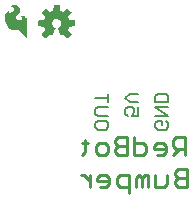
<source format=gbr>
G04 EAGLE Gerber RS-274X export*
G75*
%MOMM*%
%FSLAX34Y34*%
%LPD*%
%INSilkscreen Bottom*%
%IPPOS*%
%AMOC8*
5,1,8,0,0,1.08239X$1,22.5*%
G01*
%ADD10C,0.279400*%
%ADD11C,0.203200*%

G36*
X72820Y139846D02*
X72820Y139846D01*
X72928Y139856D01*
X72941Y139862D01*
X72955Y139864D01*
X73052Y139912D01*
X73151Y139957D01*
X73164Y139968D01*
X73173Y139972D01*
X73188Y139988D01*
X73265Y140050D01*
X75850Y142635D01*
X75913Y142724D01*
X75979Y142809D01*
X75984Y142822D01*
X75992Y142834D01*
X76023Y142937D01*
X76059Y143040D01*
X76059Y143054D01*
X76063Y143067D01*
X76059Y143175D01*
X76060Y143284D01*
X76055Y143297D01*
X76055Y143311D01*
X76017Y143413D01*
X75982Y143515D01*
X75973Y143530D01*
X75969Y143539D01*
X75955Y143556D01*
X75901Y143638D01*
X73137Y147028D01*
X73694Y148110D01*
X73700Y148130D01*
X73742Y148225D01*
X74113Y149384D01*
X78464Y149827D01*
X78568Y149855D01*
X78674Y149880D01*
X78686Y149887D01*
X78699Y149890D01*
X78789Y149951D01*
X78882Y150008D01*
X78890Y150019D01*
X78902Y150027D01*
X78968Y150113D01*
X79037Y150197D01*
X79041Y150210D01*
X79050Y150221D01*
X79084Y150324D01*
X79123Y150425D01*
X79124Y150443D01*
X79128Y150452D01*
X79128Y150474D01*
X79137Y150572D01*
X79137Y154228D01*
X79120Y154335D01*
X79106Y154443D01*
X79100Y154455D01*
X79098Y154469D01*
X79046Y154565D01*
X78999Y154662D01*
X78989Y154672D01*
X78983Y154684D01*
X78903Y154758D01*
X78827Y154835D01*
X78815Y154841D01*
X78805Y154851D01*
X78706Y154896D01*
X78609Y154944D01*
X78591Y154948D01*
X78582Y154952D01*
X78561Y154954D01*
X78464Y154973D01*
X74113Y155416D01*
X73742Y156575D01*
X73733Y156593D01*
X73731Y156600D01*
X73727Y156607D01*
X73694Y156690D01*
X73137Y157772D01*
X75901Y161162D01*
X75955Y161256D01*
X76012Y161348D01*
X76015Y161361D01*
X76022Y161373D01*
X76043Y161480D01*
X76068Y161585D01*
X76066Y161599D01*
X76069Y161613D01*
X76054Y161720D01*
X76044Y161828D01*
X76038Y161841D01*
X76036Y161855D01*
X75988Y161952D01*
X75943Y162051D01*
X75932Y162064D01*
X75928Y162073D01*
X75912Y162088D01*
X75850Y162165D01*
X73265Y164750D01*
X73176Y164813D01*
X73091Y164879D01*
X73078Y164884D01*
X73066Y164892D01*
X72963Y164923D01*
X72860Y164959D01*
X72846Y164959D01*
X72833Y164963D01*
X72725Y164959D01*
X72616Y164960D01*
X72603Y164955D01*
X72589Y164955D01*
X72487Y164917D01*
X72385Y164882D01*
X72370Y164873D01*
X72361Y164869D01*
X72344Y164855D01*
X72262Y164801D01*
X68872Y162037D01*
X67790Y162594D01*
X67770Y162600D01*
X67675Y162642D01*
X66516Y163013D01*
X66073Y167364D01*
X66045Y167468D01*
X66020Y167574D01*
X66013Y167586D01*
X66010Y167599D01*
X65949Y167689D01*
X65892Y167782D01*
X65881Y167790D01*
X65873Y167802D01*
X65787Y167868D01*
X65703Y167937D01*
X65690Y167941D01*
X65679Y167950D01*
X65576Y167984D01*
X65475Y168023D01*
X65457Y168024D01*
X65448Y168028D01*
X65426Y168028D01*
X65328Y168037D01*
X61672Y168037D01*
X61565Y168020D01*
X61457Y168006D01*
X61445Y168000D01*
X61431Y167998D01*
X61335Y167946D01*
X61238Y167899D01*
X61228Y167889D01*
X61216Y167883D01*
X61142Y167803D01*
X61065Y167727D01*
X61059Y167715D01*
X61049Y167705D01*
X61004Y167606D01*
X60956Y167509D01*
X60952Y167491D01*
X60948Y167482D01*
X60946Y167461D01*
X60927Y167364D01*
X60484Y163013D01*
X59325Y162642D01*
X59307Y162632D01*
X59210Y162594D01*
X58128Y162037D01*
X54738Y164801D01*
X54644Y164855D01*
X54552Y164912D01*
X54539Y164915D01*
X54527Y164922D01*
X54420Y164943D01*
X54315Y164968D01*
X54301Y164966D01*
X54287Y164969D01*
X54180Y164954D01*
X54072Y164944D01*
X54059Y164938D01*
X54046Y164936D01*
X53948Y164888D01*
X53849Y164843D01*
X53836Y164832D01*
X53827Y164828D01*
X53812Y164812D01*
X53735Y164750D01*
X51150Y162165D01*
X51087Y162076D01*
X51021Y161991D01*
X51016Y161978D01*
X51008Y161966D01*
X50977Y161863D01*
X50941Y161760D01*
X50941Y161746D01*
X50937Y161733D01*
X50941Y161625D01*
X50940Y161516D01*
X50945Y161503D01*
X50945Y161489D01*
X50983Y161387D01*
X51018Y161285D01*
X51027Y161270D01*
X51031Y161261D01*
X51045Y161244D01*
X51099Y161162D01*
X53863Y157772D01*
X53306Y156690D01*
X53300Y156670D01*
X53258Y156575D01*
X52887Y155416D01*
X48536Y154973D01*
X48432Y154945D01*
X48326Y154920D01*
X48314Y154913D01*
X48301Y154910D01*
X48211Y154849D01*
X48118Y154792D01*
X48110Y154781D01*
X48098Y154773D01*
X48032Y154687D01*
X47964Y154603D01*
X47959Y154590D01*
X47950Y154579D01*
X47916Y154476D01*
X47877Y154375D01*
X47876Y154357D01*
X47872Y154348D01*
X47873Y154326D01*
X47863Y154228D01*
X47863Y150572D01*
X47880Y150465D01*
X47894Y150357D01*
X47900Y150345D01*
X47902Y150331D01*
X47954Y150235D01*
X48001Y150138D01*
X48011Y150128D01*
X48017Y150116D01*
X48097Y150042D01*
X48173Y149965D01*
X48185Y149959D01*
X48196Y149949D01*
X48294Y149904D01*
X48391Y149856D01*
X48409Y149852D01*
X48418Y149848D01*
X48439Y149846D01*
X48536Y149827D01*
X52887Y149384D01*
X53258Y148225D01*
X53268Y148207D01*
X53306Y148110D01*
X53863Y147028D01*
X51099Y143638D01*
X51045Y143544D01*
X50988Y143452D01*
X50985Y143439D01*
X50978Y143427D01*
X50957Y143320D01*
X50932Y143215D01*
X50934Y143201D01*
X50931Y143187D01*
X50946Y143080D01*
X50956Y142972D01*
X50962Y142959D01*
X50964Y142946D01*
X51012Y142848D01*
X51057Y142749D01*
X51068Y142736D01*
X51072Y142727D01*
X51088Y142712D01*
X51150Y142635D01*
X53735Y140050D01*
X53824Y139987D01*
X53909Y139921D01*
X53922Y139916D01*
X53934Y139908D01*
X54037Y139877D01*
X54140Y139841D01*
X54154Y139841D01*
X54167Y139837D01*
X54275Y139841D01*
X54384Y139840D01*
X54397Y139845D01*
X54411Y139845D01*
X54513Y139883D01*
X54615Y139918D01*
X54630Y139927D01*
X54639Y139931D01*
X54656Y139945D01*
X54738Y139999D01*
X58128Y142763D01*
X59210Y142206D01*
X59263Y142189D01*
X59312Y142163D01*
X59378Y142152D01*
X59442Y142131D01*
X59498Y142132D01*
X59552Y142123D01*
X59619Y142134D01*
X59686Y142135D01*
X59738Y142153D01*
X59793Y142162D01*
X59853Y142194D01*
X59916Y142217D01*
X59959Y142251D01*
X60009Y142277D01*
X60055Y142326D01*
X60107Y142368D01*
X60138Y142415D01*
X60176Y142455D01*
X60232Y142560D01*
X60240Y142573D01*
X60241Y142578D01*
X60245Y142585D01*
X62398Y147782D01*
X62418Y147865D01*
X62423Y147878D01*
X62425Y147894D01*
X62450Y147979D01*
X62449Y148000D01*
X62454Y148020D01*
X62446Y148102D01*
X62447Y148121D01*
X62443Y148141D01*
X62439Y148222D01*
X62432Y148242D01*
X62430Y148263D01*
X62398Y148332D01*
X62392Y148359D01*
X62377Y148383D01*
X62351Y148450D01*
X62338Y148466D01*
X62329Y148485D01*
X62284Y148534D01*
X62264Y148566D01*
X62233Y148591D01*
X62195Y148637D01*
X62172Y148653D01*
X62162Y148663D01*
X62141Y148675D01*
X62076Y148720D01*
X62075Y148721D01*
X62074Y148722D01*
X61175Y149228D01*
X60488Y149872D01*
X59973Y150660D01*
X59661Y151548D01*
X59569Y152485D01*
X59702Y153417D01*
X60053Y154291D01*
X60602Y155056D01*
X61316Y155669D01*
X62156Y156094D01*
X63073Y156308D01*
X64014Y156298D01*
X64926Y156064D01*
X65756Y155621D01*
X66457Y154992D01*
X66989Y154215D01*
X67320Y153334D01*
X67433Y152399D01*
X67325Y151482D01*
X67005Y150614D01*
X66491Y149845D01*
X65812Y149218D01*
X64928Y148723D01*
X64886Y148690D01*
X64844Y148667D01*
X64813Y148634D01*
X64765Y148599D01*
X64753Y148583D01*
X64737Y148570D01*
X64702Y148515D01*
X64677Y148489D01*
X64664Y148459D01*
X64622Y148401D01*
X64616Y148382D01*
X64606Y148365D01*
X64587Y148290D01*
X64577Y148267D01*
X64574Y148243D01*
X64551Y148168D01*
X64552Y148148D01*
X64547Y148128D01*
X64554Y148042D01*
X64553Y148024D01*
X64556Y148008D01*
X64559Y147924D01*
X64567Y147899D01*
X64568Y147885D01*
X64578Y147863D01*
X64602Y147782D01*
X65531Y145539D01*
X65531Y145538D01*
X66462Y143291D01*
X66463Y143291D01*
X66755Y142585D01*
X66784Y142538D01*
X66805Y142486D01*
X66848Y142435D01*
X66884Y142378D01*
X66927Y142343D01*
X66963Y142300D01*
X67020Y142266D01*
X67072Y142223D01*
X67124Y142204D01*
X67172Y142175D01*
X67238Y142161D01*
X67301Y142137D01*
X67356Y142135D01*
X67410Y142124D01*
X67477Y142131D01*
X67544Y142129D01*
X67598Y142145D01*
X67653Y142152D01*
X67764Y142196D01*
X67778Y142200D01*
X67782Y142203D01*
X67790Y142206D01*
X68872Y142763D01*
X72262Y139999D01*
X72356Y139945D01*
X72448Y139888D01*
X72461Y139885D01*
X72473Y139878D01*
X72580Y139857D01*
X72685Y139832D01*
X72699Y139834D01*
X72713Y139831D01*
X72820Y139846D01*
G37*
G36*
X38144Y139618D02*
X38144Y139618D01*
X38186Y139633D01*
X38188Y139638D01*
X38192Y139640D01*
X38221Y139713D01*
X38225Y139724D01*
X38225Y139725D01*
X38225Y154889D01*
X38223Y154894D01*
X38225Y154900D01*
X38155Y155731D01*
X38149Y155742D01*
X38150Y155757D01*
X37910Y156556D01*
X37902Y156566D01*
X37900Y156580D01*
X37499Y157312D01*
X37489Y157320D01*
X37484Y157333D01*
X37014Y157883D01*
X37003Y157888D01*
X36996Y157900D01*
X36426Y158345D01*
X36414Y158348D01*
X36404Y158358D01*
X35756Y158679D01*
X35744Y158680D01*
X35732Y158688D01*
X35033Y158872D01*
X35022Y158871D01*
X35011Y158876D01*
X34071Y158949D01*
X34062Y158946D01*
X34051Y158949D01*
X33111Y158876D01*
X33107Y158874D01*
X33101Y158875D01*
X32618Y158799D01*
X32579Y158774D01*
X32539Y158753D01*
X32538Y158749D01*
X32535Y158747D01*
X32525Y158702D01*
X32513Y158658D01*
X32515Y158654D01*
X32514Y158650D01*
X32539Y158612D01*
X32563Y158573D01*
X32567Y158572D01*
X32569Y158569D01*
X32610Y158560D01*
X32650Y158548D01*
X32808Y158564D01*
X32946Y158536D01*
X33079Y158465D01*
X33903Y157866D01*
X34021Y157752D01*
X34093Y157614D01*
X34186Y157199D01*
X34186Y156771D01*
X34093Y156355D01*
X33887Y155951D01*
X33574Y155623D01*
X32968Y155258D01*
X32290Y155051D01*
X31579Y155016D01*
X30969Y155113D01*
X30383Y155311D01*
X29840Y155604D01*
X29415Y155969D01*
X29100Y156429D01*
X28914Y156954D01*
X28871Y157510D01*
X28973Y158058D01*
X29213Y158561D01*
X29583Y158996D01*
X29781Y159206D01*
X30376Y159837D01*
X30971Y160468D01*
X31036Y160537D01*
X31039Y160547D01*
X31048Y160553D01*
X32235Y162311D01*
X32237Y162324D01*
X32247Y162334D01*
X32527Y163022D01*
X32526Y163037D01*
X32535Y163052D01*
X32634Y163787D01*
X32630Y163802D01*
X32635Y163819D01*
X32548Y164556D01*
X32540Y164569D01*
X32540Y164587D01*
X32273Y165279D01*
X32262Y165290D01*
X32258Y165307D01*
X31827Y165910D01*
X31817Y165917D01*
X31811Y165929D01*
X31115Y166587D01*
X31107Y166590D01*
X31102Y166598D01*
X30325Y167158D01*
X30315Y167161D01*
X30307Y167169D01*
X29527Y167557D01*
X29515Y167558D01*
X29504Y167566D01*
X28664Y167797D01*
X28652Y167796D01*
X28640Y167802D01*
X27772Y167868D01*
X27762Y167864D01*
X27750Y167868D01*
X26850Y167782D01*
X26841Y167778D01*
X26831Y167779D01*
X25953Y167559D01*
X25945Y167553D01*
X25933Y167552D01*
X25705Y167451D01*
X25349Y167299D01*
X25348Y167299D01*
X24844Y167078D01*
X24834Y167067D01*
X24817Y167062D01*
X24382Y166724D01*
X24379Y166717D01*
X24371Y166713D01*
X24346Y166688D01*
X24343Y166687D01*
X24308Y166595D01*
X24349Y166506D01*
X24434Y166473D01*
X25037Y166473D01*
X25548Y166416D01*
X26038Y166277D01*
X26519Y166022D01*
X26914Y165652D01*
X27200Y165192D01*
X27357Y164673D01*
X27369Y164370D01*
X27310Y164070D01*
X27104Y163576D01*
X26821Y163118D01*
X26470Y162708D01*
X26058Y162354D01*
X25156Y161703D01*
X24668Y161454D01*
X24139Y161356D01*
X23600Y161414D01*
X23426Y161479D01*
X23065Y161727D01*
X22791Y162067D01*
X22747Y162170D01*
X22731Y162290D01*
X22731Y163170D01*
X22714Y163211D01*
X22700Y163253D01*
X22695Y163256D01*
X22693Y163261D01*
X22652Y163277D01*
X22612Y163296D01*
X22606Y163294D01*
X22601Y163296D01*
X22574Y163284D01*
X22525Y163268D01*
X21399Y162347D01*
X21393Y162335D01*
X21381Y162328D01*
X20474Y161191D01*
X20471Y161180D01*
X20462Y161172D01*
X19960Y160238D01*
X19959Y160228D01*
X19953Y160220D01*
X19595Y159223D01*
X19595Y159213D01*
X19590Y159204D01*
X19383Y158165D01*
X19385Y158155D01*
X19384Y158153D01*
X19385Y158153D01*
X19381Y158144D01*
X19321Y156216D01*
X19325Y156205D01*
X19322Y156193D01*
X19610Y154286D01*
X19616Y154276D01*
X19616Y154264D01*
X20244Y152440D01*
X20251Y152431D01*
X20253Y152419D01*
X21200Y150738D01*
X21208Y150732D01*
X21211Y150721D01*
X22096Y149614D01*
X22103Y149611D01*
X22105Y149605D01*
X22106Y149605D01*
X22108Y149601D01*
X23139Y148629D01*
X23147Y148626D01*
X23153Y148618D01*
X24310Y147801D01*
X24320Y147799D01*
X24328Y147791D01*
X25558Y147191D01*
X25569Y147190D01*
X25579Y147182D01*
X26898Y146814D01*
X26909Y146816D01*
X26920Y146810D01*
X28284Y146686D01*
X28289Y146688D01*
X28295Y146686D01*
X30570Y146686D01*
X30938Y146621D01*
X31289Y146494D01*
X32279Y145905D01*
X33133Y145123D01*
X38005Y139641D01*
X38009Y139639D01*
X38011Y139634D01*
X38053Y139618D01*
X38094Y139599D01*
X38098Y139601D01*
X38103Y139599D01*
X38144Y139618D01*
G37*
D10*
X171989Y40767D02*
X171989Y55766D01*
X164490Y55766D01*
X161990Y53266D01*
X161990Y48266D01*
X164490Y45767D01*
X171989Y45767D01*
X166990Y45767D02*
X161990Y40767D01*
X153118Y40767D02*
X148118Y40767D01*
X153118Y40767D02*
X155618Y43267D01*
X155618Y48266D01*
X153118Y50766D01*
X148118Y50766D01*
X145618Y48266D01*
X145618Y45767D01*
X155618Y45767D01*
X129247Y40767D02*
X129247Y55766D01*
X129247Y40767D02*
X136746Y40767D01*
X139246Y43267D01*
X139246Y48266D01*
X136746Y50766D01*
X129247Y50766D01*
X122875Y55766D02*
X122875Y40767D01*
X122875Y55766D02*
X115375Y55766D01*
X112875Y53266D01*
X112875Y50766D01*
X115375Y48266D01*
X112875Y45767D01*
X112875Y43267D01*
X115375Y40767D01*
X122875Y40767D01*
X122875Y48266D02*
X115375Y48266D01*
X104003Y40767D02*
X99004Y40767D01*
X96504Y43267D01*
X96504Y48266D01*
X99004Y50766D01*
X104003Y50766D01*
X106503Y48266D01*
X106503Y43267D01*
X104003Y40767D01*
X87632Y43267D02*
X87632Y53266D01*
X87632Y43267D02*
X85132Y40767D01*
X85132Y50766D02*
X90131Y50766D01*
X173353Y29096D02*
X173353Y14097D01*
X173353Y29096D02*
X165854Y29096D01*
X163354Y26596D01*
X163354Y24096D01*
X165854Y21596D01*
X163354Y19097D01*
X163354Y16597D01*
X165854Y14097D01*
X173353Y14097D01*
X173353Y21596D02*
X165854Y21596D01*
X156982Y24096D02*
X156982Y16597D01*
X154482Y14097D01*
X146983Y14097D01*
X146983Y24096D01*
X140610Y24096D02*
X140610Y14097D01*
X140610Y24096D02*
X138111Y24096D01*
X135611Y21596D01*
X135611Y14097D01*
X135611Y21596D02*
X133111Y24096D01*
X130611Y21596D01*
X130611Y14097D01*
X124239Y9097D02*
X124239Y24096D01*
X116739Y24096D01*
X114240Y21596D01*
X114240Y16597D01*
X116739Y14097D01*
X124239Y14097D01*
X105367Y14097D02*
X100368Y14097D01*
X105367Y14097D02*
X107867Y16597D01*
X107867Y21596D01*
X105367Y24096D01*
X100368Y24096D01*
X97868Y21596D01*
X97868Y19097D01*
X107867Y19097D01*
X91496Y14097D02*
X91496Y24096D01*
X91496Y19097D02*
X86496Y24096D01*
X83996Y24096D01*
D11*
X106943Y64234D02*
X106943Y67793D01*
X106943Y64234D02*
X105164Y62454D01*
X98046Y62454D01*
X96266Y64234D01*
X96266Y67793D01*
X98046Y69572D01*
X105164Y69572D01*
X106943Y67793D01*
X106943Y74148D02*
X98046Y74148D01*
X96266Y75928D01*
X96266Y79487D01*
X98046Y81266D01*
X106943Y81266D01*
X106943Y89401D02*
X96266Y89401D01*
X106943Y85842D02*
X106943Y92960D01*
X132343Y81266D02*
X132343Y74148D01*
X127005Y74148D01*
X128784Y77707D01*
X128784Y79487D01*
X127005Y81266D01*
X123446Y81266D01*
X121666Y79487D01*
X121666Y75928D01*
X123446Y74148D01*
X125225Y85842D02*
X132343Y85842D01*
X125225Y85842D02*
X121666Y89401D01*
X125225Y92960D01*
X132343Y92960D01*
X155964Y69572D02*
X157743Y67793D01*
X157743Y64234D01*
X155964Y62454D01*
X148846Y62454D01*
X147066Y64234D01*
X147066Y67793D01*
X148846Y69572D01*
X152405Y69572D01*
X152405Y66013D01*
X157743Y74148D02*
X147066Y74148D01*
X147066Y81266D02*
X157743Y74148D01*
X157743Y81266D02*
X147066Y81266D01*
X147066Y85842D02*
X157743Y85842D01*
X147066Y85842D02*
X147066Y91181D01*
X148846Y92960D01*
X155964Y92960D01*
X157743Y91181D01*
X157743Y85842D01*
M02*

</source>
